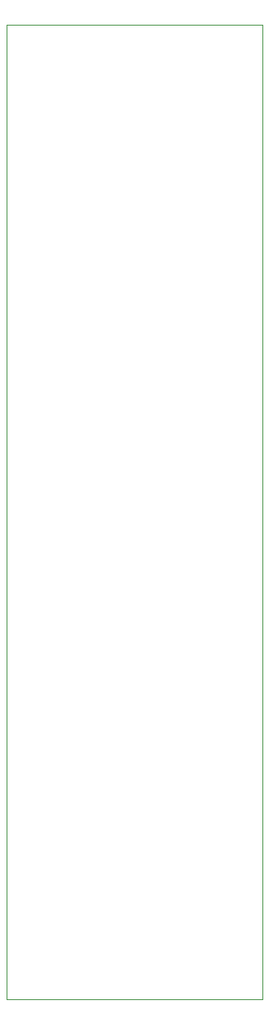
<source format=gm1>
G04 #@! TF.GenerationSoftware,KiCad,Pcbnew,(5.1.7)-1*
G04 #@! TF.CreationDate,2022-02-14T00:20:13+00:00*
G04 #@! TF.ProjectId,bp_fp_connector,62705f66-705f-4636-9f6e-6e6563746f72,rev?*
G04 #@! TF.SameCoordinates,Original*
G04 #@! TF.FileFunction,Profile,NP*
%FSLAX46Y46*%
G04 Gerber Fmt 4.6, Leading zero omitted, Abs format (unit mm)*
G04 Created by KiCad (PCBNEW (5.1.7)-1) date 2022-02-14 00:20:13*
%MOMM*%
%LPD*%
G01*
G04 APERTURE LIST*
G04 #@! TA.AperFunction,Profile*
%ADD10C,0.100000*%
G04 #@! TD*
G04 APERTURE END LIST*
D10*
X38300000Y-12000000D02*
X38300000Y-112000000D01*
X12000000Y-12000000D02*
X38300000Y-12000000D01*
X12000000Y-112000000D02*
X12000000Y-12000000D01*
X38300000Y-112000000D02*
X12000000Y-112000000D01*
M02*

</source>
